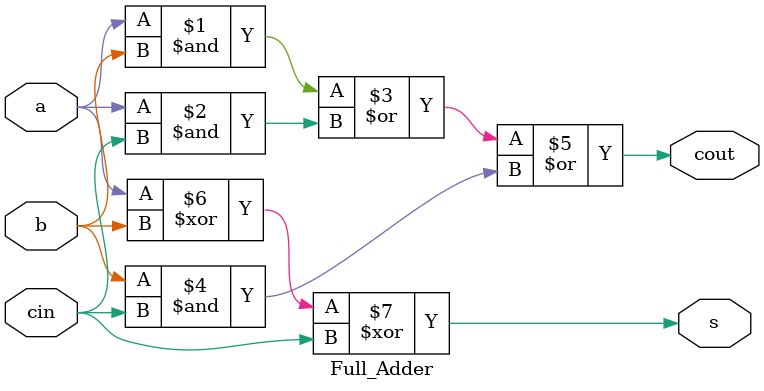
<source format=v>
module Full_Adder (
	input a, b, cin,
	output s, cout
);

assign cout = (a & b) | (a & cin) | (b & cin);
assign s = a ^ b ^ cin;

endmodule
</source>
